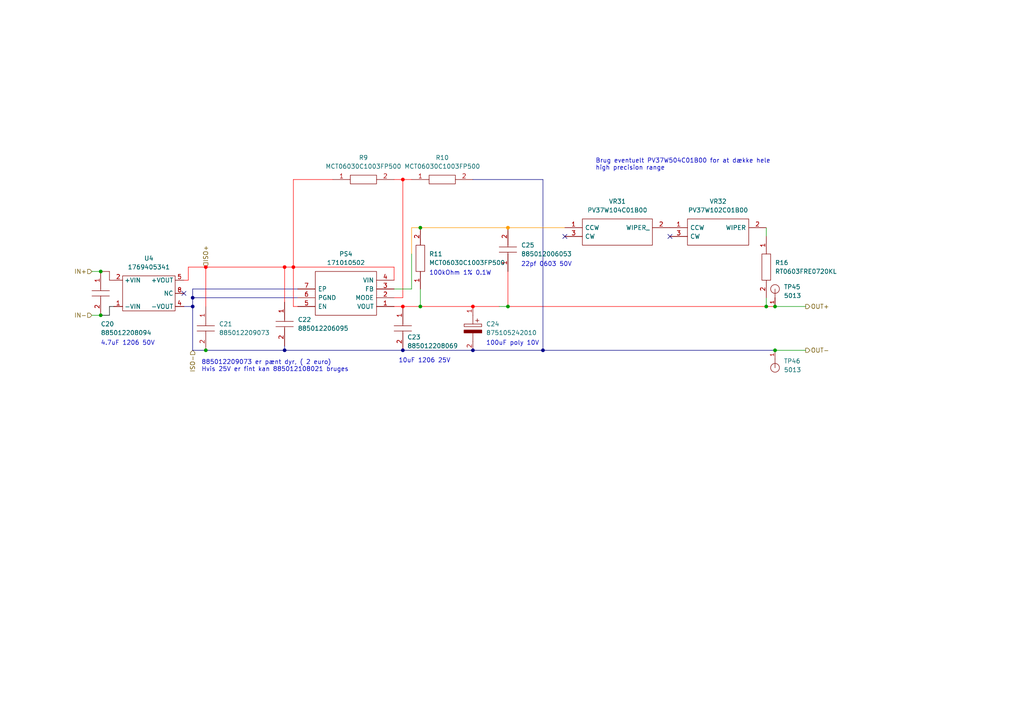
<source format=kicad_sch>
(kicad_sch (version 20211123) (generator eeschema)

  (uuid 894cfece-537a-410f-9ea9-33da52416300)

  (paper "A4")

  (lib_symbols
    (symbol "1769405341_1" (in_bom yes) (on_board yes)
      (property "Reference" "U" (id 0) (at 0 13.97 0)
        (effects (font (size 1.27 1.27)))
      )
      (property "Value" "1769405341_1" (id 1) (at 0 -8.89 0)
        (effects (font (size 1.27 1.27)))
      )
      (property "Footprint" "" (id 2) (at 0 0 0)
        (effects (font (size 1.27 1.27)) hide)
      )
      (property "Datasheet" "" (id 3) (at 0 0 0)
        (effects (font (size 1.27 1.27)) hide)
      )
      (symbol "1769405341_1_0_1"
        (rectangle (start -7.62 5.08) (end 7.62 -5.08)
          (stroke (width 0) (type default) (color 0 0 0 0))
          (fill (type none))
        )
      )
      (symbol "1769405341_1_1_1"
        (pin input line (at -10.16 -3.81 0) (length 2.54)
          (name "-VIN" (effects (font (size 1.27 1.27))))
          (number "1" (effects (font (size 1.27 1.27))))
        )
        (pin input line (at -10.16 3.81 0) (length 2.54)
          (name "+VIN" (effects (font (size 1.27 1.27))))
          (number "2" (effects (font (size 1.27 1.27))))
        )
        (pin input line (at 10.16 -3.81 180) (length 2.54)
          (name "-VOUT" (effects (font (size 1.27 1.27))))
          (number "4" (effects (font (size 1.27 1.27))))
        )
        (pin input line (at 10.16 3.81 180) (length 2.54)
          (name "+VOUT" (effects (font (size 1.27 1.27))))
          (number "5" (effects (font (size 1.27 1.27))))
        )
        (pin input line (at 10.16 0 180) (length 2.54)
          (name "NC" (effects (font (size 1.27 1.27))))
          (number "8" (effects (font (size 1.27 1.27))))
        )
      )
    )
    (symbol "5013:5013" (pin_names (offset 1.016) hide) (in_bom yes) (on_board yes)
      (property "Reference" "TP" (id 0) (at -2.54 2.032 0)
        (effects (font (size 1.27 1.27)) (justify left bottom))
      )
      (property "Value" "5013" (id 1) (at -2.54 -3.302 0)
        (effects (font (size 1.27 1.27)) (justify left bottom))
      )
      (property "Footprint" "TESTPOINT_5013" (id 2) (at 0 0 0)
        (effects (font (size 1.27 1.27)) (justify left bottom) hide)
      )
      (property "Datasheet" "" (id 3) (at 0 0 0)
        (effects (font (size 1.27 1.27)) (justify left bottom) hide)
      )
      (property "PARTREV" "F" (id 4) (at 0 0 0)
        (effects (font (size 1.27 1.27)) (justify left bottom) hide)
      )
      (property "MF" "Keystone" (id 5) (at 0 0 0)
        (effects (font (size 1.27 1.27)) (justify left bottom) hide)
      )
      (property "STANDARD" "Manufacturer Recommendations" (id 6) (at 0 0 0)
        (effects (font (size 1.27 1.27)) (justify left bottom) hide)
      )
      (property "ki_locked" "" (id 7) (at 0 0 0)
        (effects (font (size 1.27 1.27)))
      )
      (symbol "5013_0_0"
        (polyline
          (pts
            (xy 0 0)
            (xy -2.54 0)
          )
          (stroke (width 0.1524) (type default) (color 0 0 0 0))
          (fill (type none))
        )
        (circle (center 0 0) (radius 1.27)
          (stroke (width 0) (type default) (color 0 0 0 0))
          (fill (type none))
        )
        (pin passive line (at -5.08 0 0) (length 2.54)
          (name "~" (effects (font (size 1.016 1.016))))
          (number "1" (effects (font (size 1.016 1.016))))
        )
      )
    )
    (symbol "SamacSys_Parts:171010502" (pin_names (offset 0.762)) (in_bom yes) (on_board yes)
      (property "Reference" "PS" (id 0) (at 24.13 7.62 0)
        (effects (font (size 1.27 1.27)) (justify left))
      )
      (property "Value" "171010502" (id 1) (at 24.13 5.08 0)
        (effects (font (size 1.27 1.27)) (justify left))
      )
      (property "Footprint" "171010502" (id 2) (at 24.13 2.54 0)
        (effects (font (size 1.27 1.27)) (justify left) hide)
      )
      (property "Datasheet" "https://www.we-online.de/katalog/datasheet/171010502.pdf" (id 3) (at 24.13 0 0)
        (effects (font (size 1.27 1.27)) (justify left) hide)
      )
      (property "Description" "Non-Isolated DC/DC Converters VDMM Open Frame 1A 2.5-5.5V Input" (id 4) (at 24.13 -2.54 0)
        (effects (font (size 1.27 1.27)) (justify left) hide)
      )
      (property "Height" "1.75" (id 5) (at 24.13 -5.08 0)
        (effects (font (size 1.27 1.27)) (justify left) hide)
      )
      (property "Mouser Part Number" "710-171010502" (id 6) (at 24.13 -7.62 0)
        (effects (font (size 1.27 1.27)) (justify left) hide)
      )
      (property "Mouser Price/Stock" "https://www.mouser.co.uk/ProductDetail/Wurth-Elektronik/171010502?qs=d0WKAl%252BL4KZQavF%2FfPoRDg%3D%3D" (id 7) (at 24.13 -10.16 0)
        (effects (font (size 1.27 1.27)) (justify left) hide)
      )
      (property "Manufacturer_Name" "Wurth Elektronik" (id 8) (at 24.13 -12.7 0)
        (effects (font (size 1.27 1.27)) (justify left) hide)
      )
      (property "Manufacturer_Part_Number" "171010502" (id 9) (at 24.13 -15.24 0)
        (effects (font (size 1.27 1.27)) (justify left) hide)
      )
      (property "ki_description" "Non-Isolated DC/DC Converters VDMM Open Frame 1A 2.5-5.5V Input" (id 10) (at 0 0 0)
        (effects (font (size 1.27 1.27)) hide)
      )
      (symbol "171010502_0_0"
        (pin passive line (at 0 0 0) (length 5.08)
          (name "VOUT" (effects (font (size 1.27 1.27))))
          (number "1" (effects (font (size 1.27 1.27))))
        )
        (pin passive line (at 0 -2.54 0) (length 5.08)
          (name "MODE" (effects (font (size 1.27 1.27))))
          (number "2" (effects (font (size 1.27 1.27))))
        )
        (pin passive line (at 0 -5.08 0) (length 5.08)
          (name "FB" (effects (font (size 1.27 1.27))))
          (number "3" (effects (font (size 1.27 1.27))))
        )
        (pin passive line (at 0 -7.62 0) (length 5.08)
          (name "VIN" (effects (font (size 1.27 1.27))))
          (number "4" (effects (font (size 1.27 1.27))))
        )
        (pin passive line (at 27.94 0 180) (length 5.08)
          (name "EN" (effects (font (size 1.27 1.27))))
          (number "5" (effects (font (size 1.27 1.27))))
        )
        (pin passive line (at 27.94 -2.54 180) (length 5.08)
          (name "PGND" (effects (font (size 1.27 1.27))))
          (number "6" (effects (font (size 1.27 1.27))))
        )
        (pin passive line (at 27.94 -5.08 180) (length 5.08)
          (name "EP" (effects (font (size 1.27 1.27))))
          (number "7" (effects (font (size 1.27 1.27))))
        )
      )
      (symbol "171010502_0_1"
        (polyline
          (pts
            (xy 5.08 2.54)
            (xy 22.86 2.54)
            (xy 22.86 -10.16)
            (xy 5.08 -10.16)
            (xy 5.08 2.54)
          )
          (stroke (width 0.1524) (type default) (color 0 0 0 0))
          (fill (type none))
        )
      )
    )
    (symbol "SamacSys_Parts:875105242010" (pin_names (offset 0.762)) (in_bom yes) (on_board yes)
      (property "Reference" "C" (id 0) (at 8.89 6.35 0)
        (effects (font (size 1.27 1.27)) (justify left))
      )
      (property "Value" "875105242010" (id 1) (at 8.89 3.81 0)
        (effects (font (size 1.27 1.27)) (justify left))
      )
      (property "Footprint" "CAPAE530X550N" (id 2) (at 8.89 1.27 0)
        (effects (font (size 1.27 1.27)) (justify left) hide)
      )
      (property "Datasheet" "https://katalog.we-online.com/pbs/datasheet/875105242010.pdf" (id 3) (at 8.89 -1.27 0)
        (effects (font (size 1.27 1.27)) (justify left) hide)
      )
      (property "Description" "Wurth Elektronik 100uF 10 V dc Aluminium Polymer Capacitor, WCAP-PSLP Series 2000h 5.5 (Dia.) x 4.85mm" (id 4) (at 8.89 -3.81 0)
        (effects (font (size 1.27 1.27)) (justify left) hide)
      )
      (property "Height" "5.5" (id 5) (at 8.89 -6.35 0)
        (effects (font (size 1.27 1.27)) (justify left) hide)
      )
      (property "Mouser Part Number" "710-875105242010" (id 6) (at 8.89 -8.89 0)
        (effects (font (size 1.27 1.27)) (justify left) hide)
      )
      (property "Mouser Price/Stock" "https://www.mouser.co.uk/ProductDetail/Wurth-Elektronik/875105242010?qs=0KOYDY2FL2%252BkWotU1M3qUQ%3D%3D" (id 7) (at 8.89 -11.43 0)
        (effects (font (size 1.27 1.27)) (justify left) hide)
      )
      (property "Manufacturer_Name" "Wurth Elektronik" (id 8) (at 8.89 -13.97 0)
        (effects (font (size 1.27 1.27)) (justify left) hide)
      )
      (property "Manufacturer_Part_Number" "875105242010" (id 9) (at 8.89 -16.51 0)
        (effects (font (size 1.27 1.27)) (justify left) hide)
      )
      (property "ki_description" "Wurth Elektronik 100uF 10 V dc Aluminium Polymer Capacitor, WCAP-PSLP Series 2000h 5.5 (Dia.) x 4.85mm" (id 10) (at 0 0 0)
        (effects (font (size 1.27 1.27)) hide)
      )
      (symbol "875105242010_0_0"
        (pin passive line (at 0 0 0) (length 2.54)
          (name "~" (effects (font (size 1.27 1.27))))
          (number "1" (effects (font (size 1.27 1.27))))
        )
        (pin passive line (at 12.7 0 180) (length 2.54)
          (name "~" (effects (font (size 1.27 1.27))))
          (number "2" (effects (font (size 1.27 1.27))))
        )
      )
      (symbol "875105242010_0_1"
        (polyline
          (pts
            (xy 2.54 0)
            (xy 5.08 0)
          )
          (stroke (width 0.1524) (type default) (color 0 0 0 0))
          (fill (type none))
        )
        (polyline
          (pts
            (xy 4.064 1.778)
            (xy 4.064 0.762)
          )
          (stroke (width 0.1524) (type default) (color 0 0 0 0))
          (fill (type none))
        )
        (polyline
          (pts
            (xy 4.572 1.27)
            (xy 3.556 1.27)
          )
          (stroke (width 0.1524) (type default) (color 0 0 0 0))
          (fill (type none))
        )
        (polyline
          (pts
            (xy 7.62 0)
            (xy 10.16 0)
          )
          (stroke (width 0.1524) (type default) (color 0 0 0 0))
          (fill (type none))
        )
        (polyline
          (pts
            (xy 5.08 2.54)
            (xy 5.08 -2.54)
            (xy 5.842 -2.54)
            (xy 5.842 2.54)
            (xy 5.08 2.54)
          )
          (stroke (width 0.1524) (type default) (color 0 0 0 0))
          (fill (type none))
        )
        (polyline
          (pts
            (xy 7.62 2.54)
            (xy 7.62 -2.54)
            (xy 6.858 -2.54)
            (xy 6.858 2.54)
            (xy 7.62 2.54)
          )
          (stroke (width 0.254) (type default) (color 0 0 0 0))
          (fill (type outline))
        )
      )
    )
    (symbol "SamacSys_Parts:885012006053" (pin_names (offset 0.762)) (in_bom yes) (on_board yes)
      (property "Reference" "C" (id 0) (at 8.89 6.35 0)
        (effects (font (size 1.27 1.27)) (justify left))
      )
      (property "Value" "885012006053" (id 1) (at 8.89 3.81 0)
        (effects (font (size 1.27 1.27)) (justify left))
      )
      (property "Footprint" "CAPC1608X87N" (id 2) (at 8.89 1.27 0)
        (effects (font (size 1.27 1.27)) (justify left) hide)
      )
      (property "Datasheet" "https://katalog.we-online.com/pbs/datasheet/885012006053.pdf" (id 3) (at 8.89 -1.27 0)
        (effects (font (size 1.27 1.27)) (justify left) hide)
      )
      (property "Description" "Multilayer Ceramic Chip Capacitor WCAP-CSGP Series 0603 22pF NP00603220J050DFCT10000" (id 4) (at 8.89 -3.81 0)
        (effects (font (size 1.27 1.27)) (justify left) hide)
      )
      (property "Height" "0.87" (id 5) (at 8.89 -6.35 0)
        (effects (font (size 1.27 1.27)) (justify left) hide)
      )
      (property "Mouser Part Number" "710-885012006053" (id 6) (at 8.89 -8.89 0)
        (effects (font (size 1.27 1.27)) (justify left) hide)
      )
      (property "Mouser Price/Stock" "https://www.mouser.co.uk/ProductDetail/Wurth-Elektronik/885012006053?qs=0KOYDY2FL28j0s08hcyKIA%3D%3D" (id 7) (at 8.89 -11.43 0)
        (effects (font (size 1.27 1.27)) (justify left) hide)
      )
      (property "Manufacturer_Name" "Wurth Elektronik" (id 8) (at 8.89 -13.97 0)
        (effects (font (size 1.27 1.27)) (justify left) hide)
      )
      (property "Manufacturer_Part_Number" "885012006053" (id 9) (at 8.89 -16.51 0)
        (effects (font (size 1.27 1.27)) (justify left) hide)
      )
      (property "ki_description" "Multilayer Ceramic Chip Capacitor WCAP-CSGP Series 0603 22pF NP00603220J050DFCT10000" (id 10) (at 0 0 0)
        (effects (font (size 1.27 1.27)) hide)
      )
      (symbol "885012006053_0_0"
        (pin passive line (at 0 0 0) (length 5.08)
          (name "~" (effects (font (size 1.27 1.27))))
          (number "1" (effects (font (size 1.27 1.27))))
        )
        (pin passive line (at 12.7 0 180) (length 5.08)
          (name "~" (effects (font (size 1.27 1.27))))
          (number "2" (effects (font (size 1.27 1.27))))
        )
      )
      (symbol "885012006053_0_1"
        (polyline
          (pts
            (xy 5.08 0)
            (xy 5.588 0)
          )
          (stroke (width 0.1524) (type default) (color 0 0 0 0))
          (fill (type none))
        )
        (polyline
          (pts
            (xy 5.588 2.54)
            (xy 5.588 -2.54)
          )
          (stroke (width 0.1524) (type default) (color 0 0 0 0))
          (fill (type none))
        )
        (polyline
          (pts
            (xy 7.112 0)
            (xy 7.62 0)
          )
          (stroke (width 0.1524) (type default) (color 0 0 0 0))
          (fill (type none))
        )
        (polyline
          (pts
            (xy 7.112 2.54)
            (xy 7.112 -2.54)
          )
          (stroke (width 0.1524) (type default) (color 0 0 0 0))
          (fill (type none))
        )
      )
    )
    (symbol "SamacSys_Parts:885012206095" (pin_names (offset 0.762)) (in_bom yes) (on_board yes)
      (property "Reference" "C" (id 0) (at 8.89 6.35 0)
        (effects (font (size 1.27 1.27)) (justify left))
      )
      (property "Value" "885012206095" (id 1) (at 8.89 3.81 0)
        (effects (font (size 1.27 1.27)) (justify left))
      )
      (property "Footprint" "CAPC1608X87N" (id 2) (at 8.89 1.27 0)
        (effects (font (size 1.27 1.27)) (justify left) hide)
      )
      (property "Datasheet" "https://katalog.we-online.com/pbs/datasheet/885012206095.pdf" (id 3) (at 8.89 -1.27 0)
        (effects (font (size 1.27 1.27)) (justify left) hide)
      )
      (property "Description" "Wurth Elektronik 0603 WCAP-CSGP 100nF Ceramic Multilayer Capacitor, 50 V dc, +125C, X7R Dielectric, +/-10%" (id 4) (at 8.89 -3.81 0)
        (effects (font (size 1.27 1.27)) (justify left) hide)
      )
      (property "Height" "0.87" (id 5) (at 8.89 -6.35 0)
        (effects (font (size 1.27 1.27)) (justify left) hide)
      )
      (property "Mouser Part Number" "710-885012206095" (id 6) (at 8.89 -8.89 0)
        (effects (font (size 1.27 1.27)) (justify left) hide)
      )
      (property "Mouser Price/Stock" "https://www.mouser.co.uk/ProductDetail/Wurth-Elektronik/885012206095?qs=0KOYDY2FL2%2FIErXVpcsrTQ%3D%3D" (id 7) (at 8.89 -11.43 0)
        (effects (font (size 1.27 1.27)) (justify left) hide)
      )
      (property "Manufacturer_Name" "Wurth Elektronik" (id 8) (at 8.89 -13.97 0)
        (effects (font (size 1.27 1.27)) (justify left) hide)
      )
      (property "Manufacturer_Part_Number" "885012206095" (id 9) (at 8.89 -16.51 0)
        (effects (font (size 1.27 1.27)) (justify left) hide)
      )
      (property "ki_description" "Wurth Elektronik 0603 WCAP-CSGP 100nF Ceramic Multilayer Capacitor, 50 V dc, +125C, X7R Dielectric, +/-10%" (id 10) (at 0 0 0)
        (effects (font (size 1.27 1.27)) hide)
      )
      (symbol "885012206095_0_0"
        (pin passive line (at 0 0 0) (length 5.08)
          (name "~" (effects (font (size 1.27 1.27))))
          (number "1" (effects (font (size 1.27 1.27))))
        )
        (pin passive line (at 12.7 0 180) (length 5.08)
          (name "~" (effects (font (size 1.27 1.27))))
          (number "2" (effects (font (size 1.27 1.27))))
        )
      )
      (symbol "885012206095_0_1"
        (polyline
          (pts
            (xy 5.08 0)
            (xy 5.588 0)
          )
          (stroke (width 0.1524) (type default) (color 0 0 0 0))
          (fill (type none))
        )
        (polyline
          (pts
            (xy 5.588 2.54)
            (xy 5.588 -2.54)
          )
          (stroke (width 0.1524) (type default) (color 0 0 0 0))
          (fill (type none))
        )
        (polyline
          (pts
            (xy 7.112 0)
            (xy 7.62 0)
          )
          (stroke (width 0.1524) (type default) (color 0 0 0 0))
          (fill (type none))
        )
        (polyline
          (pts
            (xy 7.112 2.54)
            (xy 7.112 -2.54)
          )
          (stroke (width 0.1524) (type default) (color 0 0 0 0))
          (fill (type none))
        )
      )
    )
    (symbol "SamacSys_Parts:885012208069" (pin_names (offset 0.762)) (in_bom yes) (on_board yes)
      (property "Reference" "C" (id 0) (at 8.89 6.35 0)
        (effects (font (size 1.27 1.27)) (justify left))
      )
      (property "Value" "885012208069" (id 1) (at 8.89 3.81 0)
        (effects (font (size 1.27 1.27)) (justify left))
      )
      (property "Footprint" "CAPC3216X180N" (id 2) (at 8.89 1.27 0)
        (effects (font (size 1.27 1.27)) (justify left) hide)
      )
      (property "Datasheet" "https://katalog.we-online.com/pbs/datasheet/885012208069.pdf" (id 3) (at 8.89 -1.27 0)
        (effects (font (size 1.27 1.27)) (justify left) hide)
      )
      (property "Description" "Multilayer Ceramic Chip Capacitor WCAP-CSGP Series 1206 10000000pF X7R1206106K025DFCT10000" (id 4) (at 8.89 -3.81 0)
        (effects (font (size 1.27 1.27)) (justify left) hide)
      )
      (property "Height" "1.8" (id 5) (at 8.89 -6.35 0)
        (effects (font (size 1.27 1.27)) (justify left) hide)
      )
      (property "Mouser Part Number" "710-885012208069" (id 6) (at 8.89 -8.89 0)
        (effects (font (size 1.27 1.27)) (justify left) hide)
      )
      (property "Mouser Price/Stock" "https://www.mouser.co.uk/ProductDetail/Wurth-Elektronik/885012208069?qs=0KOYDY2FL2%2FiIl0oJPR7BQ%3D%3D" (id 7) (at 8.89 -11.43 0)
        (effects (font (size 1.27 1.27)) (justify left) hide)
      )
      (property "Manufacturer_Name" "Wurth Elektronik" (id 8) (at 8.89 -13.97 0)
        (effects (font (size 1.27 1.27)) (justify left) hide)
      )
      (property "Manufacturer_Part_Number" "885012208069" (id 9) (at 8.89 -16.51 0)
        (effects (font (size 1.27 1.27)) (justify left) hide)
      )
      (property "ki_description" "Multilayer Ceramic Chip Capacitor WCAP-CSGP Series 1206 10000000pF X7R1206106K025DFCT10000" (id 10) (at 0 0 0)
        (effects (font (size 1.27 1.27)) hide)
      )
      (symbol "885012208069_0_0"
        (pin passive line (at 0 0 0) (length 5.08)
          (name "~" (effects (font (size 1.27 1.27))))
          (number "1" (effects (font (size 1.27 1.27))))
        )
        (pin passive line (at 12.7 0 180) (length 5.08)
          (name "~" (effects (font (size 1.27 1.27))))
          (number "2" (effects (font (size 1.27 1.27))))
        )
      )
      (symbol "885012208069_0_1"
        (polyline
          (pts
            (xy 5.08 0)
            (xy 5.588 0)
          )
          (stroke (width 0.1524) (type default) (color 0 0 0 0))
          (fill (type none))
        )
        (polyline
          (pts
            (xy 5.588 2.54)
            (xy 5.588 -2.54)
          )
          (stroke (width 0.1524) (type default) (color 0 0 0 0))
          (fill (type none))
        )
        (polyline
          (pts
            (xy 7.112 0)
            (xy 7.62 0)
          )
          (stroke (width 0.1524) (type default) (color 0 0 0 0))
          (fill (type none))
        )
        (polyline
          (pts
            (xy 7.112 2.54)
            (xy 7.112 -2.54)
          )
          (stroke (width 0.1524) (type default) (color 0 0 0 0))
          (fill (type none))
        )
      )
    )
    (symbol "SamacSys_Parts:885012208094" (pin_names (offset 0.762)) (in_bom yes) (on_board yes)
      (property "Reference" "C" (id 0) (at 8.89 6.35 0)
        (effects (font (size 1.27 1.27)) (justify left))
      )
      (property "Value" "885012208094" (id 1) (at 8.89 3.81 0)
        (effects (font (size 1.27 1.27)) (justify left))
      )
      (property "Footprint" "CAPC3216X180N" (id 2) (at 8.89 1.27 0)
        (effects (font (size 1.27 1.27)) (justify left) hide)
      )
      (property "Datasheet" "https://katalog.we-online.com/pbs/datasheet/885012208094.pdf" (id 3) (at 8.89 -1.27 0)
        (effects (font (size 1.27 1.27)) (justify left) hide)
      )
      (property "Description" "Multilayer Ceramic Chip Capacitor WCAP-CSGP Series 1206 4700000pF X7R1206475K050DFCT10000" (id 4) (at 8.89 -3.81 0)
        (effects (font (size 1.27 1.27)) (justify left) hide)
      )
      (property "Height" "1.8" (id 5) (at 8.89 -6.35 0)
        (effects (font (size 1.27 1.27)) (justify left) hide)
      )
      (property "Mouser Part Number" "710-885012208094" (id 6) (at 8.89 -8.89 0)
        (effects (font (size 1.27 1.27)) (justify left) hide)
      )
      (property "Mouser Price/Stock" "https://www.mouser.co.uk/ProductDetail/Wurth-Elektronik/885012208094?qs=0KOYDY2FL2%252BxdNO1qfhTfQ%3D%3D" (id 7) (at 8.89 -11.43 0)
        (effects (font (size 1.27 1.27)) (justify left) hide)
      )
      (property "Manufacturer_Name" "Wurth Elektronik" (id 8) (at 8.89 -13.97 0)
        (effects (font (size 1.27 1.27)) (justify left) hide)
      )
      (property "Manufacturer_Part_Number" "885012208094" (id 9) (at 8.89 -16.51 0)
        (effects (font (size 1.27 1.27)) (justify left) hide)
      )
      (property "ki_description" "Multilayer Ceramic Chip Capacitor WCAP-CSGP Series 1206 4700000pF X7R1206475K050DFCT10000" (id 10) (at 0 0 0)
        (effects (font (size 1.27 1.27)) hide)
      )
      (symbol "885012208094_0_0"
        (pin passive line (at 0 0 0) (length 5.08)
          (name "~" (effects (font (size 1.27 1.27))))
          (number "1" (effects (font (size 1.27 1.27))))
        )
        (pin passive line (at 12.7 0 180) (length 5.08)
          (name "~" (effects (font (size 1.27 1.27))))
          (number "2" (effects (font (size 1.27 1.27))))
        )
      )
      (symbol "885012208094_0_1"
        (polyline
          (pts
            (xy 5.08 0)
            (xy 5.588 0)
          )
          (stroke (width 0.1524) (type default) (color 0 0 0 0))
          (fill (type none))
        )
        (polyline
          (pts
            (xy 5.588 2.54)
            (xy 5.588 -2.54)
          )
          (stroke (width 0.1524) (type default) (color 0 0 0 0))
          (fill (type none))
        )
        (polyline
          (pts
            (xy 7.112 0)
            (xy 7.62 0)
          )
          (stroke (width 0.1524) (type default) (color 0 0 0 0))
          (fill (type none))
        )
        (polyline
          (pts
            (xy 7.112 2.54)
            (xy 7.112 -2.54)
          )
          (stroke (width 0.1524) (type default) (color 0 0 0 0))
          (fill (type none))
        )
      )
    )
    (symbol "SamacSys_Parts:885012209073" (pin_names (offset 0.762)) (in_bom yes) (on_board yes)
      (property "Reference" "C" (id 0) (at 8.89 6.35 0)
        (effects (font (size 1.27 1.27)) (justify left))
      )
      (property "Value" "885012209073" (id 1) (at 8.89 3.81 0)
        (effects (font (size 1.27 1.27)) (justify left))
      )
      (property "Footprint" "CAPC3225X280N" (id 2) (at 8.89 1.27 0)
        (effects (font (size 1.27 1.27)) (justify left) hide)
      )
      (property "Datasheet" "https://katalog.we-online.com/pbs/datasheet/885012209073.pdf" (id 3) (at 8.89 -1.27 0)
        (effects (font (size 1.27 1.27)) (justify left) hide)
      )
      (property "Description" "Multilayer Ceramic Chip Capacitor WCAP-CSGP Series 1210 60pF X7R1210106K050DFCT10000" (id 4) (at 8.89 -3.81 0)
        (effects (font (size 1.27 1.27)) (justify left) hide)
      )
      (property "Height" "2.8" (id 5) (at 8.89 -6.35 0)
        (effects (font (size 1.27 1.27)) (justify left) hide)
      )
      (property "Mouser Part Number" "710-885012209073" (id 6) (at 8.89 -8.89 0)
        (effects (font (size 1.27 1.27)) (justify left) hide)
      )
      (property "Mouser Price/Stock" "https://www.mouser.co.uk/ProductDetail/Wurth-Elektronik/885012209073?qs=sPbYRqrBIVm8PsM2ljQIMg%3D%3D" (id 7) (at 8.89 -11.43 0)
        (effects (font (size 1.27 1.27)) (justify left) hide)
      )
      (property "Manufacturer_Name" "Wurth Elektronik" (id 8) (at 8.89 -13.97 0)
        (effects (font (size 1.27 1.27)) (justify left) hide)
      )
      (property "Manufacturer_Part_Number" "885012209073" (id 9) (at 8.89 -16.51 0)
        (effects (font (size 1.27 1.27)) (justify left) hide)
      )
      (property "ki_description" "Multilayer Ceramic Chip Capacitor WCAP-CSGP Series 1210 60pF X7R1210106K050DFCT10000" (id 10) (at 0 0 0)
        (effects (font (size 1.27 1.27)) hide)
      )
      (symbol "885012209073_0_0"
        (pin passive line (at 0 0 0) (length 5.08)
          (name "~" (effects (font (size 1.27 1.27))))
          (number "1" (effects (font (size 1.27 1.27))))
        )
        (pin passive line (at 12.7 0 180) (length 5.08)
          (name "~" (effects (font (size 1.27 1.27))))
          (number "2" (effects (font (size 1.27 1.27))))
        )
      )
      (symbol "885012209073_0_1"
        (polyline
          (pts
            (xy 5.08 0)
            (xy 5.588 0)
          )
          (stroke (width 0.1524) (type default) (color 0 0 0 0))
          (fill (type none))
        )
        (polyline
          (pts
            (xy 5.588 2.54)
            (xy 5.588 -2.54)
          )
          (stroke (width 0.1524) (type default) (color 0 0 0 0))
          (fill (type none))
        )
        (polyline
          (pts
            (xy 7.112 0)
            (xy 7.62 0)
          )
          (stroke (width 0.1524) (type default) (color 0 0 0 0))
          (fill (type none))
        )
        (polyline
          (pts
            (xy 7.112 2.54)
            (xy 7.112 -2.54)
          )
          (stroke (width 0.1524) (type default) (color 0 0 0 0))
          (fill (type none))
        )
      )
    )
    (symbol "SamacSys_Parts:MCT06030C1003FP500" (pin_names (offset 0.762)) (in_bom yes) (on_board yes)
      (property "Reference" "R" (id 0) (at 13.97 6.35 0)
        (effects (font (size 1.27 1.27)) (justify left))
      )
      (property "Value" "MCT06030C1003FP500" (id 1) (at 13.97 3.81 0)
        (effects (font (size 1.27 1.27)) (justify left))
      )
      (property "Footprint" "RESC1608X55N" (id 2) (at 13.97 1.27 0)
        (effects (font (size 1.27 1.27)) (justify left) hide)
      )
      (property "Datasheet" "http://www.vishay.com/docs/28705/mcx0x0xpro.pdf" (id 3) (at 13.97 -1.27 0)
        (effects (font (size 1.27 1.27)) (justify left) hide)
      )
      (property "Description" "Thin Film Resistors - SMD .1W 100Kohm 1% 0603 50ppm Auto" (id 4) (at 13.97 -3.81 0)
        (effects (font (size 1.27 1.27)) (justify left) hide)
      )
      (property "Height" "0.55" (id 5) (at 13.97 -6.35 0)
        (effects (font (size 1.27 1.27)) (justify left) hide)
      )
      (property "Mouser Part Number" "594-MCT06030C1003FP5" (id 6) (at 13.97 -8.89 0)
        (effects (font (size 1.27 1.27)) (justify left) hide)
      )
      (property "Mouser Price/Stock" "https://www.mouser.co.uk/ProductDetail/Vishay-Beyschlag/MCT06030C1003FP500?qs=OkbXAuJ%2FeQLKw6BAE1M8zQ%3D%3D" (id 7) (at 13.97 -11.43 0)
        (effects (font (size 1.27 1.27)) (justify left) hide)
      )
      (property "Manufacturer_Name" "Vishay" (id 8) (at 13.97 -13.97 0)
        (effects (font (size 1.27 1.27)) (justify left) hide)
      )
      (property "Manufacturer_Part_Number" "MCT06030C1003FP500" (id 9) (at 13.97 -16.51 0)
        (effects (font (size 1.27 1.27)) (justify left) hide)
      )
      (property "ki_description" "Thin Film Resistors - SMD .1W 100Kohm 1% 0603 50ppm Auto" (id 10) (at 0 0 0)
        (effects (font (size 1.27 1.27)) hide)
      )
      (symbol "MCT06030C1003FP500_0_0"
        (pin passive line (at 0 0 0) (length 5.08)
          (name "~" (effects (font (size 1.27 1.27))))
          (number "1" (effects (font (size 1.27 1.27))))
        )
        (pin passive line (at 17.78 0 180) (length 5.08)
          (name "~" (effects (font (size 1.27 1.27))))
          (number "2" (effects (font (size 1.27 1.27))))
        )
      )
      (symbol "MCT06030C1003FP500_0_1"
        (polyline
          (pts
            (xy 5.08 1.27)
            (xy 12.7 1.27)
            (xy 12.7 -1.27)
            (xy 5.08 -1.27)
            (xy 5.08 1.27)
          )
          (stroke (width 0.1524) (type default) (color 0 0 0 0))
          (fill (type none))
        )
      )
    )
    (symbol "SamacSys_Parts:PV37W102C01B00" (pin_names (offset 0.762)) (in_bom yes) (on_board yes)
      (property "Reference" "VR" (id 0) (at 24.13 7.62 0)
        (effects (font (size 1.27 1.27)) (justify left))
      )
      (property "Value" "PV37W102C01B00" (id 1) (at 24.13 5.08 0)
        (effects (font (size 1.27 1.27)) (justify left))
      )
      (property "Footprint" "PV37W102C01B00" (id 2) (at 24.13 2.54 0)
        (effects (font (size 1.27 1.27)) (justify left) hide)
      )
      (property "Datasheet" "https://www.bourns.com/docs/Product-Datasheets/pv37.pdf" (id 3) (at 24.13 0 0)
        (effects (font (size 1.27 1.27)) (justify left) hide)
      )
      (property "Description" "Trimmer Resistors - Through Hole 1.0Kohms Sealed 6mm SQ 12turn" (id 4) (at 24.13 -2.54 0)
        (effects (font (size 1.27 1.27)) (justify left) hide)
      )
      (property "Height" "7.75" (id 5) (at 24.13 -5.08 0)
        (effects (font (size 1.27 1.27)) (justify left) hide)
      )
      (property "Mouser Part Number" "81-PV37W102C01B00" (id 6) (at 24.13 -7.62 0)
        (effects (font (size 1.27 1.27)) (justify left) hide)
      )
      (property "Mouser Price/Stock" "https://www.mouser.co.uk/ProductDetail/Bourns/PV37W102C01B00?qs=M0b1YOHIqsZSVLzeL3P2%2FA%3D%3D" (id 7) (at 24.13 -10.16 0)
        (effects (font (size 1.27 1.27)) (justify left) hide)
      )
      (property "Manufacturer_Name" "Bourns" (id 8) (at 24.13 -12.7 0)
        (effects (font (size 1.27 1.27)) (justify left) hide)
      )
      (property "Manufacturer_Part_Number" "PV37W102C01B00" (id 9) (at 24.13 -15.24 0)
        (effects (font (size 1.27 1.27)) (justify left) hide)
      )
      (property "ki_description" "Trimmer Resistors - Through Hole 1.0Kohms Sealed 6mm SQ 12turn" (id 10) (at 0 0 0)
        (effects (font (size 1.27 1.27)) hide)
      )
      (symbol "PV37W102C01B00_0_0"
        (pin passive line (at 0 0 0) (length 5.08)
          (name "CCW" (effects (font (size 1.27 1.27))))
          (number "1" (effects (font (size 1.27 1.27))))
        )
        (pin passive line (at 27.94 0 180) (length 5.08)
          (name "WIPER" (effects (font (size 1.27 1.27))))
          (number "2" (effects (font (size 1.27 1.27))))
        )
        (pin passive line (at 0 -2.54 0) (length 5.08)
          (name "CW" (effects (font (size 1.27 1.27))))
          (number "3" (effects (font (size 1.27 1.27))))
        )
      )
      (symbol "PV37W102C01B00_0_1"
        (polyline
          (pts
            (xy 5.08 2.54)
            (xy 22.86 2.54)
            (xy 22.86 -5.08)
            (xy 5.08 -5.08)
            (xy 5.08 2.54)
          )
          (stroke (width 0.1524) (type default) (color 0 0 0 0))
          (fill (type none))
        )
      )
    )
    (symbol "SamacSys_Parts:PV37W104C01B00" (pin_names (offset 0.762)) (in_bom yes) (on_board yes)
      (property "Reference" "VR" (id 0) (at 26.67 7.62 0)
        (effects (font (size 1.27 1.27)) (justify left))
      )
      (property "Value" "PV37W104C01B00" (id 1) (at 26.67 5.08 0)
        (effects (font (size 1.27 1.27)) (justify left))
      )
      (property "Footprint" "PV37W104C01B00" (id 2) (at 26.67 2.54 0)
        (effects (font (size 1.27 1.27)) (justify left) hide)
      )
      (property "Datasheet" "https://www.bourns.com/docs/Product-Datasheets/pv37.pdf" (id 3) (at 26.67 0 0)
        (effects (font (size 1.27 1.27)) (justify left) hide)
      )
      (property "Description" "Trimmer Resistors - Through Hole 100Kohms Sealed 6mm SQ 12turn" (id 4) (at 26.67 -2.54 0)
        (effects (font (size 1.27 1.27)) (justify left) hide)
      )
      (property "Height" "8.77" (id 5) (at 26.67 -5.08 0)
        (effects (font (size 1.27 1.27)) (justify left) hide)
      )
      (property "Mouser Part Number" "81-PV37W104C01B00" (id 6) (at 26.67 -7.62 0)
        (effects (font (size 1.27 1.27)) (justify left) hide)
      )
      (property "Mouser Price/Stock" "https://www.mouser.co.uk/ProductDetail/Bourns/PV37W104C01B00/?qs=M0b1YOHIqsYKygqcp9W9tA%3D%3D" (id 7) (at 26.67 -10.16 0)
        (effects (font (size 1.27 1.27)) (justify left) hide)
      )
      (property "Manufacturer_Name" "Bourns" (id 8) (at 26.67 -12.7 0)
        (effects (font (size 1.27 1.27)) (justify left) hide)
      )
      (property "Manufacturer_Part_Number" "PV37W104C01B00" (id 9) (at 26.67 -15.24 0)
        (effects (font (size 1.27 1.27)) (justify left) hide)
      )
      (property "ki_description" "Trimmer Resistors - Through Hole 100Kohms Sealed 6mm SQ 12turn" (id 10) (at 0 0 0)
        (effects (font (size 1.27 1.27)) hide)
      )
      (symbol "PV37W104C01B00_0_0"
        (pin passive line (at 0 0 0) (length 5.08)
          (name "CCW" (effects (font (size 1.27 1.27))))
          (number "1" (effects (font (size 1.27 1.27))))
        )
        (pin passive line (at 30.48 0 180) (length 5.08)
          (name "WIPER_" (effects (font (size 1.27 1.27))))
          (number "2" (effects (font (size 1.27 1.27))))
        )
        (pin passive line (at 0 -2.54 0) (length 5.08)
          (name "CW" (effects (font (size 1.27 1.27))))
          (number "3" (effects (font (size 1.27 1.27))))
        )
      )
      (symbol "PV37W104C01B00_0_1"
        (polyline
          (pts
            (xy 5.08 2.54)
            (xy 25.4 2.54)
            (xy 25.4 -5.08)
            (xy 5.08 -5.08)
            (xy 5.08 2.54)
          )
          (stroke (width 0.1524) (type default) (color 0 0 0 0))
          (fill (type none))
        )
      )
    )
    (symbol "SamacSys_Parts:RT0603FRE0720KL" (pin_names (offset 0.762)) (in_bom yes) (on_board yes)
      (property "Reference" "R" (id 0) (at 13.97 6.35 0)
        (effects (font (size 1.27 1.27)) (justify left))
      )
      (property "Value" "RT0603FRE0720KL" (id 1) (at 13.97 3.81 0)
        (effects (font (size 1.27 1.27)) (justify left))
      )
      (property "Footprint" "RESC1608X55N" (id 2) (at 13.97 1.27 0)
        (effects (font (size 1.27 1.27)) (justify left) hide)
      )
      (property "Datasheet" "" (id 3) (at 13.97 -1.27 0)
        (effects (font (size 1.27 1.27)) (justify left) hide)
      )
      (property "Description" "Thin Film Resistors - SMD 1/10W 20K ohm 1% 50ppm" (id 4) (at 13.97 -3.81 0)
        (effects (font (size 1.27 1.27)) (justify left) hide)
      )
      (property "Height" "0.55" (id 5) (at 13.97 -6.35 0)
        (effects (font (size 1.27 1.27)) (justify left) hide)
      )
      (property "Mouser Part Number" "603-RT0603FRE0720KL" (id 6) (at 13.97 -8.89 0)
        (effects (font (size 1.27 1.27)) (justify left) hide)
      )
      (property "Mouser Price/Stock" "https://www.mouser.co.uk/ProductDetail/YAGEO/RT0603FRE0720KL?qs=8cPjvKtxWv65BAftULaFAQ%3D%3D" (id 7) (at 13.97 -11.43 0)
        (effects (font (size 1.27 1.27)) (justify left) hide)
      )
      (property "Manufacturer_Name" "YAGEO" (id 8) (at 13.97 -13.97 0)
        (effects (font (size 1.27 1.27)) (justify left) hide)
      )
      (property "Manufacturer_Part_Number" "RT0603FRE0720KL" (id 9) (at 13.97 -16.51 0)
        (effects (font (size 1.27 1.27)) (justify left) hide)
      )
      (property "ki_description" "Thin Film Resistors - SMD 1/10W 20K ohm 1% 50ppm" (id 10) (at 0 0 0)
        (effects (font (size 1.27 1.27)) hide)
      )
      (symbol "RT0603FRE0720KL_0_0"
        (pin passive line (at 0 0 0) (length 5.08)
          (name "~" (effects (font (size 1.27 1.27))))
          (number "1" (effects (font (size 1.27 1.27))))
        )
        (pin passive line (at 17.78 0 180) (length 5.08)
          (name "~" (effects (font (size 1.27 1.27))))
          (number "2" (effects (font (size 1.27 1.27))))
        )
      )
      (symbol "RT0603FRE0720KL_0_1"
        (polyline
          (pts
            (xy 5.08 1.27)
            (xy 12.7 1.27)
            (xy 12.7 -1.27)
            (xy 5.08 -1.27)
            (xy 5.08 1.27)
          )
          (stroke (width 0.1524) (type default) (color 0 0 0 0))
          (fill (type none))
        )
      )
    )
  )

  (junction (at 137.16 101.6) (diameter 0) (color 0 0 132 1)
    (uuid 02fcde68-85f6-4aa7-910b-79d25c1a9cd6)
  )
  (junction (at 29.21 91.44) (diameter 0) (color 0 0 0 0)
    (uuid 2ede8a5c-9788-49b4-8c34-735c49b9ed1c)
  )
  (junction (at 82.55 101.6) (diameter 0) (color 0 0 132 1)
    (uuid 60bc5b9e-d1d1-45a4-8167-b7ca315560ce)
  )
  (junction (at 82.55 77.47) (diameter 0) (color 255 0 0 1)
    (uuid 6b74e588-1dc1-470f-931c-3a58f44b76e1)
  )
  (junction (at 147.32 88.9) (diameter 0) (color 0 0 0 0)
    (uuid 70aaaa6a-238a-407a-8c5d-1e54ff7fc69b)
  )
  (junction (at 116.84 52.07) (diameter 0) (color 255 0 0 1)
    (uuid 7446a060-9d4a-41f8-b81f-75e295f0ff7b)
  )
  (junction (at 137.16 88.9) (diameter 0) (color 255 0 0 1)
    (uuid 7d22bcfa-284f-4090-9351-40b723feba72)
  )
  (junction (at 59.69 101.6) (diameter 0) (color 0 0 0 0)
    (uuid 8b1faac8-66f6-486d-b922-50a9ed6829dc)
  )
  (junction (at 116.84 101.6) (diameter 0) (color 0 0 132 1)
    (uuid 8eb76fd1-0eba-4af3-a974-053858be4318)
  )
  (junction (at 121.92 66.04) (diameter 0) (color 0 0 0 0)
    (uuid 8ebbb7e2-b6de-433a-b901-b5644cf4b7cd)
  )
  (junction (at 29.21 78.74) (diameter 0) (color 0 0 0 0)
    (uuid 99e3da2d-2608-42c2-9266-19d0c68eca6e)
  )
  (junction (at 224.79 101.6) (diameter 0) (color 0 0 0 0)
    (uuid 9d4c4a73-b9ef-42aa-bb9b-51b50069cf4c)
  )
  (junction (at 157.48 101.6) (diameter 0) (color 0 0 132 1)
    (uuid a4943d4f-d5b3-4cb8-9796-8e3287f92eb3)
  )
  (junction (at 224.79 88.9) (diameter 0) (color 0 0 0 0)
    (uuid b0c5635f-c6d6-4aee-8896-d97d7698c5a1)
  )
  (junction (at 55.88 86.36) (diameter 0) (color 0 0 132 1)
    (uuid b27bf198-1455-49b2-9c21-5a5a1d4c2c26)
  )
  (junction (at 55.88 88.9) (diameter 0) (color 0 0 132 1)
    (uuid b3329195-a01b-413b-aef4-ee7c28e7d9d2)
  )
  (junction (at 85.09 77.47) (diameter 0) (color 255 0 0 1)
    (uuid b7d1727a-877e-4884-a994-8b727559763b)
  )
  (junction (at 147.32 66.04) (diameter 0) (color 255 153 0 1)
    (uuid c2307e1e-f264-4b5b-8e19-e9f6d09cb199)
  )
  (junction (at 121.92 88.9) (diameter 0) (color 0 0 0 0)
    (uuid c44f3506-fdb2-4e65-9a29-9adbc98d0f6c)
  )
  (junction (at 222.25 88.9) (diameter 0) (color 0 0 0 0)
    (uuid db78e590-a219-4f3b-bb76-8c1e705f6290)
  )
  (junction (at 116.84 88.9) (diameter 0) (color 255 0 0 1)
    (uuid e7a10a70-65b9-4d55-b012-5ae82785027f)
  )
  (junction (at 59.69 77.47) (diameter 0) (color 255 0 0 1)
    (uuid fa6f105f-735a-4d76-8092-c43b86eab52a)
  )

  (no_connect (at 53.34 85.09) (uuid 86975916-c5b3-49df-9d9b-b85864c3fcd2))
  (no_connect (at 194.31 68.58) (uuid e467f2c5-94af-4f63-bca1-d4edfcec72b4))
  (no_connect (at 163.83 68.58) (uuid e5aa25d7-5be8-4ac7-b78f-fa2550b90d7f))

  (wire (pts (xy 55.88 86.36) (xy 55.88 88.9))
    (stroke (width 0) (type default) (color 0 0 132 1))
    (uuid 00828325-a97a-41aa-b0a1-a463c6289b65)
  )
  (wire (pts (xy 114.3 77.47) (xy 114.3 81.28))
    (stroke (width 0) (type default) (color 255 0 0 1))
    (uuid 04f66567-14e6-41c6-b20e-49351b5cec35)
  )
  (wire (pts (xy 86.36 86.36) (xy 55.88 86.36))
    (stroke (width 0) (type default) (color 0 0 132 1))
    (uuid 05a65167-73d2-43bf-8621-a8c7c159c7ad)
  )
  (wire (pts (xy 116.84 86.36) (xy 116.84 52.07))
    (stroke (width 0) (type default) (color 255 0 0 1))
    (uuid 09bf1f31-939c-4e79-adc7-5fd36c274350)
  )
  (wire (pts (xy 147.32 88.9) (xy 222.25 88.9))
    (stroke (width 0) (type default) (color 255 0 0 1))
    (uuid 09ff6a6d-d905-4162-9072-4a852529b323)
  )
  (wire (pts (xy 85.09 77.47) (xy 114.3 77.47))
    (stroke (width 0) (type default) (color 255 0 0 1))
    (uuid 0c53a8e8-58dc-43df-9973-949831154d11)
  )
  (wire (pts (xy 54.61 77.47) (xy 54.61 81.28))
    (stroke (width 0) (type default) (color 255 0 0 1))
    (uuid 0d190caa-23c8-4d3b-8da2-ffa9f907833b)
  )
  (wire (pts (xy 116.84 52.07) (xy 119.38 52.07))
    (stroke (width 0) (type default) (color 255 0 0 1))
    (uuid 0da7417f-3b7d-47f3-9078-f1359d163324)
  )
  (wire (pts (xy 55.88 88.9) (xy 53.34 88.9))
    (stroke (width 0) (type default) (color 0 0 132 1))
    (uuid 1484dfd9-bb88-4136-bf94-a47e4676d68e)
  )
  (wire (pts (xy 26.67 78.74) (xy 29.21 78.74))
    (stroke (width 0) (type default) (color 0 0 0 0))
    (uuid 1737407e-6f43-42aa-b7c2-06c456506d25)
  )
  (wire (pts (xy 31.75 81.28) (xy 31.75 78.74))
    (stroke (width 0) (type default) (color 132 0 0 1))
    (uuid 18ef4ae8-78f2-4c20-8a17-9d0a8545fef9)
  )
  (wire (pts (xy 157.48 52.07) (xy 157.48 101.6))
    (stroke (width 0) (type default) (color 0 0 132 1))
    (uuid 1aed2d3f-4ec3-402e-8c63-1974f21c95e8)
  )
  (wire (pts (xy 82.55 101.6) (xy 116.84 101.6))
    (stroke (width 0) (type default) (color 0 0 132 1))
    (uuid 1c0a9fe4-a061-4d7a-905e-5fe5d283ef3f)
  )
  (wire (pts (xy 33.02 88.9) (xy 31.75 88.9))
    (stroke (width 0) (type default) (color 0 0 0 1))
    (uuid 20b6b81d-ea99-45d7-a871-4706b6c9c074)
  )
  (wire (pts (xy 85.09 52.07) (xy 85.09 77.47))
    (stroke (width 0) (type default) (color 255 0 0 1))
    (uuid 27be0ab7-4886-4487-9db6-8a43e6fadf64)
  )
  (wire (pts (xy 157.48 52.07) (xy 137.16 52.07))
    (stroke (width 0) (type default) (color 0 0 132 1))
    (uuid 3254ec98-6831-4c66-8d83-3af4cb10351a)
  )
  (wire (pts (xy 96.52 52.07) (xy 85.09 52.07))
    (stroke (width 0) (type default) (color 255 0 0 1))
    (uuid 325e36c6-7d94-40c4-ab26-7c4e41bab2c6)
  )
  (wire (pts (xy 82.55 77.47) (xy 59.69 77.47))
    (stroke (width 0) (type default) (color 255 0 0 1))
    (uuid 3524ecb0-97b9-4304-827a-d7b8e064f330)
  )
  (wire (pts (xy 224.79 101.6) (xy 233.68 101.6))
    (stroke (width 0) (type default) (color 0 0 0 0))
    (uuid 359d274a-5704-4dcf-b268-8018e24123d1)
  )
  (wire (pts (xy 114.3 86.36) (xy 116.84 86.36))
    (stroke (width 0) (type default) (color 255 0 0 1))
    (uuid 37e49a7d-854f-4d56-97bb-16131cd31a45)
  )
  (wire (pts (xy 222.25 88.9) (xy 224.79 88.9))
    (stroke (width 0) (type default) (color 255 0 0 1))
    (uuid 3995e52e-b313-4e50-b515-c359578ee411)
  )
  (wire (pts (xy 222.25 86.36) (xy 222.25 88.9))
    (stroke (width 0) (type default) (color 0 0 0 0))
    (uuid 399dea8e-2b48-4b6e-b337-381eecdfa81f)
  )
  (wire (pts (xy 55.88 101.6) (xy 55.88 88.9))
    (stroke (width 0) (type default) (color 0 0 132 1))
    (uuid 3ea4acbb-95dd-407d-9b6d-20c83ddbbafa)
  )
  (wire (pts (xy 116.84 52.07) (xy 114.3 52.07))
    (stroke (width 0) (type default) (color 255 0 0 1))
    (uuid 4104fc33-aa2b-4593-8c22-b13526feeb10)
  )
  (wire (pts (xy 119.38 83.82) (xy 119.38 73.66))
    (stroke (width 0) (type default) (color 0 0 0 0))
    (uuid 41eb718b-13dc-484b-8950-2fa1ba473573)
  )
  (wire (pts (xy 119.38 73.66) (xy 119.38 66.04))
    (stroke (width 0) (type default) (color 255 153 0 1))
    (uuid 4e441bd9-25c9-4701-afb8-14328a0cffe5)
  )
  (wire (pts (xy 55.88 83.82) (xy 55.88 86.36))
    (stroke (width 0) (type default) (color 0 0 132 1))
    (uuid 4fde42f7-8b3a-4b44-929f-573e8d673bc6)
  )
  (wire (pts (xy 222.25 66.04) (xy 222.25 68.58))
    (stroke (width 0) (type default) (color 0 0 0 0))
    (uuid 5469501c-cedd-4e22-bfc5-52f284ad6890)
  )
  (wire (pts (xy 144.78 88.9) (xy 147.32 88.9))
    (stroke (width 0) (type default) (color 0 0 0 0))
    (uuid 565b95f4-00cd-46fe-96df-3d01ac6ae342)
  )
  (wire (pts (xy 33.02 81.28) (xy 31.75 81.28))
    (stroke (width 0) (type default) (color 132 0 0 1))
    (uuid 5ad6f9b1-276f-40ae-8acb-4b3257fd64e3)
  )
  (wire (pts (xy 59.69 77.47) (xy 54.61 77.47))
    (stroke (width 0) (type default) (color 255 0 0 1))
    (uuid 6513605b-eb48-499a-9a47-dc04ce447201)
  )
  (wire (pts (xy 31.75 88.9) (xy 31.75 91.44))
    (stroke (width 0) (type default) (color 0 0 0 1))
    (uuid 6a931b24-fce3-434b-a7b9-092b14784a8a)
  )
  (wire (pts (xy 147.32 66.04) (xy 163.83 66.04))
    (stroke (width 0) (type default) (color 255 153 0 1))
    (uuid 710f513f-ef13-4c1b-bf51-6a5dca7c3c75)
  )
  (wire (pts (xy 114.3 88.9) (xy 116.84 88.9))
    (stroke (width 0) (type default) (color 255 0 0 1))
    (uuid 75769217-e3ce-4c0d-a1b3-3d914c4d492b)
  )
  (wire (pts (xy 31.75 91.44) (xy 29.21 91.44))
    (stroke (width 0) (type default) (color 0 0 0 1))
    (uuid 7ab5931e-3936-4cd1-8de1-0630729d6c3f)
  )
  (wire (pts (xy 85.09 77.47) (xy 82.55 77.47))
    (stroke (width 0) (type default) (color 255 0 0 1))
    (uuid 7e7ca190-efb1-422a-8ce1-1da305c79753)
  )
  (wire (pts (xy 116.84 101.6) (xy 137.16 101.6))
    (stroke (width 0) (type default) (color 0 0 132 1))
    (uuid 866fe78b-0d98-42d7-89df-7bc8b9944323)
  )
  (wire (pts (xy 82.55 100.33) (xy 82.55 101.6))
    (stroke (width 0) (type default) (color 0 0 132 1))
    (uuid 8b2615b6-f019-4507-b0d1-4335e2b3fff2)
  )
  (wire (pts (xy 114.3 83.82) (xy 119.38 83.82))
    (stroke (width 0) (type default) (color 0 0 0 0))
    (uuid 9b4c38df-17b1-458a-bd4a-dbf457e7d3c9)
  )
  (wire (pts (xy 55.88 101.6) (xy 59.69 101.6))
    (stroke (width 0) (type default) (color 0 0 132 1))
    (uuid a49b1090-d887-45d2-a783-c9856f5f27fd)
  )
  (wire (pts (xy 147.32 78.74) (xy 147.32 88.9))
    (stroke (width 0) (type default) (color 255 0 0 1))
    (uuid a5866756-1260-4a26-91af-eb19f035c830)
  )
  (wire (pts (xy 121.92 83.82) (xy 121.92 88.9))
    (stroke (width 0) (type default) (color 0 0 0 0))
    (uuid acaad895-4e02-45f7-a543-fc47c1a534ca)
  )
  (wire (pts (xy 31.75 78.74) (xy 29.21 78.74))
    (stroke (width 0) (type default) (color 132 0 0 1))
    (uuid acadb688-5fec-45aa-8262-7a96657f26b4)
  )
  (wire (pts (xy 86.36 83.82) (xy 55.88 83.82))
    (stroke (width 0) (type default) (color 0 0 132 1))
    (uuid ad20270c-75d7-495d-93e6-8357bcbcaf56)
  )
  (wire (pts (xy 137.16 101.6) (xy 157.48 101.6))
    (stroke (width 0) (type default) (color 0 0 132 1))
    (uuid aede32ff-91b3-45f4-9743-c7e4ef749e31)
  )
  (wire (pts (xy 121.92 88.9) (xy 137.16 88.9))
    (stroke (width 0) (type default) (color 255 0 0 1))
    (uuid af765652-7e79-497d-8de4-b05aefcfbb3f)
  )
  (wire (pts (xy 82.55 77.47) (xy 82.55 87.63))
    (stroke (width 0) (type default) (color 255 0 0 1))
    (uuid b8fc8948-acfa-45b9-a49d-65c8d80e319e)
  )
  (wire (pts (xy 121.92 66.04) (xy 147.32 66.04))
    (stroke (width 0) (type default) (color 255 153 0 1))
    (uuid bb886758-aadf-4bea-9cc1-201ab57ade6a)
  )
  (wire (pts (xy 157.48 101.6) (xy 224.79 101.6))
    (stroke (width 0) (type default) (color 0 0 132 1))
    (uuid be3d43e4-d82b-447c-b3f5-b861d3e6b69f)
  )
  (wire (pts (xy 224.79 88.9) (xy 233.68 88.9))
    (stroke (width 0) (type default) (color 0 0 0 0))
    (uuid cbc8f0b2-b72a-4a12-ad97-068a914b18b9)
  )
  (wire (pts (xy 59.69 101.6) (xy 82.55 101.6))
    (stroke (width 0) (type default) (color 0 0 132 1))
    (uuid d4ac3640-fe9e-47de-be9d-4fa8c318a0ba)
  )
  (wire (pts (xy 59.69 77.47) (xy 59.69 88.9))
    (stroke (width 0) (type default) (color 255 0 0 1))
    (uuid d57dfb5e-3068-49a6-9f8d-ca6fea421dd3)
  )
  (wire (pts (xy 116.84 88.9) (xy 121.92 88.9))
    (stroke (width 0) (type default) (color 255 0 0 1))
    (uuid d66e8c50-41dd-4afb-8f74-ea0c7ee1b152)
  )
  (wire (pts (xy 137.16 88.9) (xy 144.78 88.9))
    (stroke (width 0) (type default) (color 255 0 0 1))
    (uuid dbbe6caf-0bbb-4267-a5f9-3ecf339515d8)
  )
  (wire (pts (xy 119.38 66.04) (xy 121.92 66.04))
    (stroke (width 0) (type default) (color 255 153 0 1))
    (uuid ecadd809-6f12-47ed-8ef4-6cbf4d8f559c)
  )
  (wire (pts (xy 85.09 88.9) (xy 85.09 77.47))
    (stroke (width 0) (type default) (color 255 0 0 1))
    (uuid ecd030dd-1b00-4b34-a06f-c18744eaf294)
  )
  (wire (pts (xy 26.67 91.44) (xy 29.21 91.44))
    (stroke (width 0) (type default) (color 0 0 0 0))
    (uuid f1ea7b85-f8ba-4aed-8b25-c2a1daeac66e)
  )
  (wire (pts (xy 86.36 88.9) (xy 85.09 88.9))
    (stroke (width 0) (type default) (color 255 0 0 1))
    (uuid f24eaa05-d044-43a5-8361-e2e2e6871b50)
  )
  (wire (pts (xy 54.61 81.28) (xy 53.34 81.28))
    (stroke (width 0) (type default) (color 255 0 0 1))
    (uuid f2ef7027-ec28-47ca-b82e-654128e8e4cc)
  )

  (text "Brug eventuelt PV37W504C01B00 for at dække hele\nhigh precision range"
    (at 172.72 49.53 0)
    (effects (font (size 1.27 1.27)) (justify left bottom))
    (uuid 05ec2e29-3b45-4943-b40d-a650d069426f)
  )
  (text "885012209073 er pænt dyr, ( 2 euro)\nHvis 25V er fint kan 885012108021 bruges"
    (at 58.42 107.95 0)
    (effects (font (size 1.27 1.27)) (justify left bottom))
    (uuid 22845a61-3701-4be2-a628-3e70dd387b44)
  )
  (text "10uF 1206 25V" (at 115.57 105.41 0)
    (effects (font (size 1.27 1.27)) (justify left bottom))
    (uuid 284973b1-d234-4878-8a33-259789371910)
  )
  (text "100uF poly 10V" (at 140.97 100.33 0)
    (effects (font (size 1.27 1.27)) (justify left bottom))
    (uuid ad7dc932-796b-4d8c-8e70-c0a701b70752)
  )
  (text "4.7uF 1206 50V" (at 29.21 100.33 0)
    (effects (font (size 1.27 1.27)) (justify left bottom))
    (uuid b9a98548-7290-40d8-b44f-98feb523d6ca)
  )
  (text "100kOhm 1% 0.1W" (at 124.46 80.01 0)
    (effects (font (size 1.27 1.27)) (justify left bottom))
    (uuid da0b3001-9212-433a-9f6c-2fff916703e0)
  )
  (text "22pf 0603 50V" (at 151.13 77.47 0)
    (effects (font (size 1.27 1.27)) (justify left bottom))
    (uuid e483caab-c379-4f1d-9934-91bf3a4ae9d6)
  )

  (hierarchical_label "ISO+" (shape input) (at 59.69 77.47 90)
    (effects (font (size 1.27 1.27)) (justify left))
    (uuid 19954a82-e8da-4a7c-a1c4-d76c7abf286c)
  )
  (hierarchical_label "OUT-" (shape output) (at 233.68 101.6 0)
    (effects (font (size 1.27 1.27)) (justify left))
    (uuid 23cd18a8-c9f7-4622-9c6a-e3a12105a81f)
  )
  (hierarchical_label "IN+" (shape input) (at 26.67 78.74 180)
    (effects (font (size 1.27 1.27)) (justify right))
    (uuid 3f93cd44-7e66-4e71-b7e2-176b16558c21)
  )
  (hierarchical_label "IN-" (shape input) (at 26.67 91.44 180)
    (effects (font (size 1.27 1.27)) (justify right))
    (uuid 60039f4c-7eb7-43f6-bfec-45207340765e)
  )
  (hierarchical_label "ISO-" (shape input) (at 55.88 101.6 270)
    (effects (font (size 1.27 1.27)) (justify right))
    (uuid 8c6ecf50-a72f-45a5-b4a3-3a1b01eadf98)
  )
  (hierarchical_label "OUT+" (shape output) (at 233.68 88.9 0)
    (effects (font (size 1.27 1.27)) (justify left))
    (uuid b6e9a5f0-3544-446c-9abd-ad7e5135ef90)
  )

  (symbol (lib_id "SamacSys_Parts:885012006053") (at 147.32 78.74 90)
    (in_bom yes) (on_board yes)
    (uuid 038a0c2e-9ee9-4b0a-b478-c8b4f1b747b7)
    (property "Reference" "C25" (id 0) (at 151.13 71.1199 90)
      (effects (font (size 1.27 1.27)) (justify right))
    )
    (property "Value" "885012006053" (id 1) (at 151.13 73.6599 90)
      (effects (font (size 1.27 1.27)) (justify right))
    )
    (property "Footprint" "SamacSys_Parts:CAPC1608X87N" (id 2) (at 146.05 69.85 0)
      (effects (font (size 1.27 1.27)) (justify left) hide)
    )
    (property "Datasheet" "https://katalog.we-online.com/pbs/datasheet/885012006053.pdf" (id 3) (at 148.59 69.85 0)
      (effects (font (size 1.27 1.27)) (justify left) hide)
    )
    (property "Description" "Multilayer Ceramic Chip Capacitor WCAP-CSGP Series 0603 22pF NP00603220J050DFCT10000" (id 4) (at 151.13 69.85 0)
      (effects (font (size 1.27 1.27)) (justify left) hide)
    )
    (property "Height" "0.87" (id 5) (at 153.67 69.85 0)
      (effects (font (size 1.27 1.27)) (justify left) hide)
    )
    (property "Mouser Part Number" "710-885012006053" (id 6) (at 156.21 69.85 0)
      (effects (font (size 1.27 1.27)) (justify left) hide)
    )
    (property "Mouser Price/Stock" "https://www.mouser.co.uk/ProductDetail/Wurth-Elektronik/885012006053?qs=0KOYDY2FL28j0s08hcyKIA%3D%3D" (id 7) (at 158.75 69.85 0)
      (effects (font (size 1.27 1.27)) (justify left) hide)
    )
    (property "Manufacturer_Name" "Wurth Elektronik" (id 8) (at 161.29 69.85 0)
      (effects (font (size 1.27 1.27)) (justify left) hide)
    )
    (property "Manufacturer_Part_Number" "885012006053" (id 9) (at 163.83 69.85 0)
      (effects (font (size 1.27 1.27)) (justify left) hide)
    )
    (pin "1" (uuid 2501a344-1398-4f89-a68c-f769663a5fc5))
    (pin "2" (uuid 0516809e-c1fe-4e15-a148-df6f8125a5f3))
  )

  (symbol (lib_id "SamacSys_Parts:885012208094") (at 29.21 78.74 270)
    (in_bom yes) (on_board yes)
    (uuid 04daea0a-ab77-4348-a190-6bd5cff6ea32)
    (property "Reference" "C20" (id 0) (at 29.21 93.98 90)
      (effects (font (size 1.27 1.27)) (justify left))
    )
    (property "Value" "885012208094" (id 1) (at 29.21 96.52 90)
      (effects (font (size 1.27 1.27)) (justify left))
    )
    (property "Footprint" "SamacSys_Parts:CAPC3216X180N" (id 2) (at 30.48 87.63 0)
      (effects (font (size 1.27 1.27)) (justify left) hide)
    )
    (property "Datasheet" "https://katalog.we-online.com/pbs/datasheet/885012208094.pdf" (id 3) (at 27.94 87.63 0)
      (effects (font (size 1.27 1.27)) (justify left) hide)
    )
    (property "Description" "Multilayer Ceramic Chip Capacitor WCAP-CSGP Series 1206 4700000pF X7R1206475K050DFCT10000" (id 4) (at 25.4 87.63 0)
      (effects (font (size 1.27 1.27)) (justify left) hide)
    )
    (property "Height" "1.8" (id 5) (at 22.86 87.63 0)
      (effects (font (size 1.27 1.27)) (justify left) hide)
    )
    (property "Mouser Part Number" "710-885012208094" (id 6) (at 20.32 87.63 0)
      (effects (font (size 1.27 1.27)) (justify left) hide)
    )
    (property "Mouser Price/Stock" "https://www.mouser.co.uk/ProductDetail/Wurth-Elektronik/885012208094?qs=0KOYDY2FL2%252BxdNO1qfhTfQ%3D%3D" (id 7) (at 17.78 87.63 0)
      (effects (font (size 1.27 1.27)) (justify left) hide)
    )
    (property "Manufacturer_Name" "Wurth Elektronik" (id 8) (at 15.24 87.63 0)
      (effects (font (size 1.27 1.27)) (justify left) hide)
    )
    (property "Manufacturer_Part_Number" "885012208094" (id 9) (at 12.7 87.63 0)
      (effects (font (size 1.27 1.27)) (justify left) hide)
    )
    (pin "1" (uuid e1ddee01-607b-4e2b-ae8f-f2ebf3f3549e))
    (pin "2" (uuid 54761523-9223-431d-8bde-0c1fa1a7f851))
  )

  (symbol (lib_id "SamacSys_Parts:885012208069") (at 116.84 88.9 270)
    (in_bom yes) (on_board yes)
    (uuid 0858697e-d72d-48ca-9c59-4343b89d0580)
    (property "Reference" "C23" (id 0) (at 118.11 97.79 90)
      (effects (font (size 1.27 1.27)) (justify left))
    )
    (property "Value" "885012208069" (id 1) (at 118.11 100.33 90)
      (effects (font (size 1.27 1.27)) (justify left))
    )
    (property "Footprint" "SamacSys_Parts:CAPC3216X180N" (id 2) (at 118.11 97.79 0)
      (effects (font (size 1.27 1.27)) (justify left) hide)
    )
    (property "Datasheet" "https://katalog.we-online.com/pbs/datasheet/885012208069.pdf" (id 3) (at 115.57 97.79 0)
      (effects (font (size 1.27 1.27)) (justify left) hide)
    )
    (property "Description" "Multilayer Ceramic Chip Capacitor WCAP-CSGP Series 1206 10000000pF X7R1206106K025DFCT10000" (id 4) (at 113.03 97.79 0)
      (effects (font (size 1.27 1.27)) (justify left) hide)
    )
    (property "Height" "1.8" (id 5) (at 110.49 97.79 0)
      (effects (font (size 1.27 1.27)) (justify left) hide)
    )
    (property "Mouser Part Number" "710-885012208069" (id 6) (at 107.95 97.79 0)
      (effects (font (size 1.27 1.27)) (justify left) hide)
    )
    (property "Mouser Price/Stock" "https://www.mouser.co.uk/ProductDetail/Wurth-Elektronik/885012208069?qs=0KOYDY2FL2%2FiIl0oJPR7BQ%3D%3D" (id 7) (at 105.41 97.79 0)
      (effects (font (size 1.27 1.27)) (justify left) hide)
    )
    (property "Manufacturer_Name" "Wurth Elektronik" (id 8) (at 102.87 97.79 0)
      (effects (font (size 1.27 1.27)) (justify left) hide)
    )
    (property "Manufacturer_Part_Number" "885012208069" (id 9) (at 100.33 97.79 0)
      (effects (font (size 1.27 1.27)) (justify left) hide)
    )
    (pin "1" (uuid 8e0226ac-1183-410e-aeda-bd677c3b33ae))
    (pin "2" (uuid c4038167-36d6-4d90-bac9-f0cab6c50295))
  )

  (symbol (lib_id "SamacSys_Parts:RT0603FRE0720KL") (at 222.25 68.58 270)
    (in_bom yes) (on_board yes) (fields_autoplaced)
    (uuid 10e75256-da6d-4639-89a5-875f5bfed580)
    (property "Reference" "R16" (id 0) (at 224.79 76.1999 90)
      (effects (font (size 1.27 1.27)) (justify left))
    )
    (property "Value" "RT0603FRE0720KL" (id 1) (at 224.79 78.7399 90)
      (effects (font (size 1.27 1.27)) (justify left))
    )
    (property "Footprint" "SamacSys_Parts:RESC1608X55N" (id 2) (at 223.52 82.55 0)
      (effects (font (size 1.27 1.27)) (justify left) hide)
    )
    (property "Datasheet" "" (id 3) (at 220.98 82.55 0)
      (effects (font (size 1.27 1.27)) (justify left) hide)
    )
    (property "Description" "Thin Film Resistors - SMD 1/10W 20K ohm 1% 50ppm" (id 4) (at 218.44 82.55 0)
      (effects (font (size 1.27 1.27)) (justify left) hide)
    )
    (property "Height" "0.55" (id 5) (at 215.9 82.55 0)
      (effects (font (size 1.27 1.27)) (justify left) hide)
    )
    (property "Mouser Part Number" "603-RT0603FRE0720KL" (id 6) (at 213.36 82.55 0)
      (effects (font (size 1.27 1.27)) (justify left) hide)
    )
    (property "Mouser Price/Stock" "https://www.mouser.co.uk/ProductDetail/YAGEO/RT0603FRE0720KL?qs=8cPjvKtxWv65BAftULaFAQ%3D%3D" (id 7) (at 210.82 82.55 0)
      (effects (font (size 1.27 1.27)) (justify left) hide)
    )
    (property "Manufacturer_Name" "YAGEO" (id 8) (at 208.28 82.55 0)
      (effects (font (size 1.27 1.27)) (justify left) hide)
    )
    (property "Manufacturer_Part_Number" "RT0603FRE0720KL" (id 9) (at 205.74 82.55 0)
      (effects (font (size 1.27 1.27)) (justify left) hide)
    )
    (pin "1" (uuid f1c14e91-9948-4a27-9649-8d3182c3051b))
    (pin "2" (uuid 884a4d40-6d67-4925-9473-b3af428bd9b4))
  )

  (symbol (lib_id "5013:5013") (at 224.79 106.68 90) (mirror x)
    (in_bom yes) (on_board yes) (fields_autoplaced)
    (uuid 13684a1c-8fd9-486f-bf1c-bb5fc32145bf)
    (property "Reference" "TP46" (id 0) (at 227.33 104.7368 90)
      (effects (font (size 1.27 1.27)) (justify right))
    )
    (property "Value" "5013" (id 1) (at 227.33 107.2768 90)
      (effects (font (size 1.27 1.27)) (justify right))
    )
    (property "Footprint" "test_point_5013:TESTPOINT_5013" (id 2) (at 224.79 106.68 0)
      (effects (font (size 1.27 1.27)) (justify left bottom) hide)
    )
    (property "Datasheet" "" (id 3) (at 224.79 106.68 0)
      (effects (font (size 1.27 1.27)) (justify left bottom) hide)
    )
    (property "PARTREV" "F" (id 4) (at 224.79 106.68 0)
      (effects (font (size 1.27 1.27)) (justify left bottom) hide)
    )
    (property "MF" "Keystone" (id 5) (at 224.79 106.68 0)
      (effects (font (size 1.27 1.27)) (justify left bottom) hide)
    )
    (property "STANDARD" "Manufacturer Recommendations" (id 6) (at 224.79 106.68 0)
      (effects (font (size 1.27 1.27)) (justify left bottom) hide)
    )
    (pin "1" (uuid b57030ad-c0cb-43e5-b59c-a5f2411f86f3))
  )

  (symbol (lib_id "SamacSys_Parts:171010502") (at 114.3 88.9 180)
    (in_bom yes) (on_board yes) (fields_autoplaced)
    (uuid 198c80b7-2095-4df7-ba88-4684e0f6bf5c)
    (property "Reference" "PS4" (id 0) (at 100.33 73.66 0))
    (property "Value" "171010502" (id 1) (at 100.33 76.2 0))
    (property "Footprint" "SamacSys_Parts:171010502" (id 2) (at 90.17 91.44 0)
      (effects (font (size 1.27 1.27)) (justify left) hide)
    )
    (property "Datasheet" "https://www.we-online.de/katalog/datasheet/171010502.pdf" (id 3) (at 90.17 88.9 0)
      (effects (font (size 1.27 1.27)) (justify left) hide)
    )
    (property "Description" "Non-Isolated DC/DC Converters VDMM Open Frame 1A 2.5-5.5V Input" (id 4) (at 90.17 86.36 0)
      (effects (font (size 1.27 1.27)) (justify left) hide)
    )
    (property "Height" "1.75" (id 5) (at 90.17 83.82 0)
      (effects (font (size 1.27 1.27)) (justify left) hide)
    )
    (property "Mouser Part Number" "710-171010502" (id 6) (at 90.17 81.28 0)
      (effects (font (size 1.27 1.27)) (justify left) hide)
    )
    (property "Mouser Price/Stock" "https://www.mouser.co.uk/ProductDetail/Wurth-Elektronik/171010502?qs=d0WKAl%252BL4KZQavF%2FfPoRDg%3D%3D" (id 7) (at 90.17 78.74 0)
      (effects (font (size 1.27 1.27)) (justify left) hide)
    )
    (property "Manufacturer_Name" "Wurth Elektronik" (id 8) (at 90.17 76.2 0)
      (effects (font (size 1.27 1.27)) (justify left) hide)
    )
    (property "Manufacturer_Part_Number" "171010502" (id 9) (at 90.17 73.66 0)
      (effects (font (size 1.27 1.27)) (justify left) hide)
    )
    (pin "1" (uuid 1bf191a0-e736-4dcf-901a-46ca36043d17))
    (pin "2" (uuid 76a5a904-bb5e-4fa6-97f3-83b23fd69abb))
    (pin "3" (uuid 29d4e94e-8163-42bf-a03f-b8356e1ac72b))
    (pin "4" (uuid 155eb4de-b358-43cf-84be-b569df93bd44))
    (pin "5" (uuid 6057c2cd-a68f-443c-be63-ffb0b12205ef))
    (pin "6" (uuid 7bb590f4-0143-4b82-a3ed-5336c7abc66d))
    (pin "7" (uuid 63ae5875-81cc-44ae-985b-ffd31c2f34c2))
  )

  (symbol (lib_id "SamacSys_Parts:885012209073") (at 59.69 88.9 270)
    (in_bom yes) (on_board yes) (fields_autoplaced)
    (uuid 2b38e375-0635-49ed-a3a6-89e50cae4277)
    (property "Reference" "C21" (id 0) (at 63.5 93.9799 90)
      (effects (font (size 1.27 1.27)) (justify left))
    )
    (property "Value" "885012209073" (id 1) (at 63.5 96.5199 90)
      (effects (font (size 1.27 1.27)) (justify left))
    )
    (property "Footprint" "SamacSys_Parts:CAPC3225X280N" (id 2) (at 60.96 97.79 0)
      (effects (font (size 1.27 1.27)) (justify left) hide)
    )
    (property "Datasheet" "https://katalog.we-online.com/pbs/datasheet/885012209073.pdf" (id 3) (at 58.42 97.79 0)
      (effects (font (size 1.27 1.27)) (justify left) hide)
    )
    (property "Description" "Multilayer Ceramic Chip Capacitor WCAP-CSGP Series 1210 60pF X7R1210106K050DFCT10000" (id 4) (at 55.88 97.79 0)
      (effects (font (size 1.27 1.27)) (justify left) hide)
    )
    (property "Height" "2.8" (id 5) (at 53.34 97.79 0)
      (effects (font (size 1.27 1.27)) (justify left) hide)
    )
    (property "Mouser Part Number" "710-885012209073" (id 6) (at 50.8 97.79 0)
      (effects (font (size 1.27 1.27)) (justify left) hide)
    )
    (property "Mouser Price/Stock" "https://www.mouser.co.uk/ProductDetail/Wurth-Elektronik/885012209073?qs=sPbYRqrBIVm8PsM2ljQIMg%3D%3D" (id 7) (at 48.26 97.79 0)
      (effects (font (size 1.27 1.27)) (justify left) hide)
    )
    (property "Manufacturer_Name" "Wurth Elektronik" (id 8) (at 45.72 97.79 0)
      (effects (font (size 1.27 1.27)) (justify left) hide)
    )
    (property "Manufacturer_Part_Number" "885012209073" (id 9) (at 43.18 97.79 0)
      (effects (font (size 1.27 1.27)) (justify left) hide)
    )
    (pin "1" (uuid a766836a-6f83-4e99-9812-fa2a482a589a))
    (pin "2" (uuid 1c260986-f377-42ef-b2bc-f48e3a905a04))
  )

  (symbol (lib_id "SamacSys_Parts:MCT06030C1003FP500") (at 119.38 52.07 0)
    (in_bom yes) (on_board yes) (fields_autoplaced)
    (uuid 3e214f10-ffb2-4ca5-a628-74dcf6cb7753)
    (property "Reference" "R10" (id 0) (at 128.27 45.72 0))
    (property "Value" "MCT06030C1003FP500" (id 1) (at 128.27 48.26 0))
    (property "Footprint" "SamacSys_Parts:RESC1608X55N" (id 2) (at 133.35 50.8 0)
      (effects (font (size 1.27 1.27)) (justify left) hide)
    )
    (property "Datasheet" "http://www.vishay.com/docs/28705/mcx0x0xpro.pdf" (id 3) (at 133.35 53.34 0)
      (effects (font (size 1.27 1.27)) (justify left) hide)
    )
    (property "Description" "Thin Film Resistors - SMD .1W 100Kohm 1% 0603 50ppm Auto" (id 4) (at 133.35 55.88 0)
      (effects (font (size 1.27 1.27)) (justify left) hide)
    )
    (property "Height" "0.55" (id 5) (at 133.35 58.42 0)
      (effects (font (size 1.27 1.27)) (justify left) hide)
    )
    (property "Mouser Part Number" "594-MCT06030C1003FP5" (id 6) (at 133.35 60.96 0)
      (effects (font (size 1.27 1.27)) (justify left) hide)
    )
    (property "Mouser Price/Stock" "https://www.mouser.co.uk/ProductDetail/Vishay-Beyschlag/MCT06030C1003FP500?qs=OkbXAuJ%2FeQLKw6BAE1M8zQ%3D%3D" (id 7) (at 133.35 63.5 0)
      (effects (font (size 1.27 1.27)) (justify left) hide)
    )
    (property "Manufacturer_Name" "Vishay" (id 8) (at 133.35 66.04 0)
      (effects (font (size 1.27 1.27)) (justify left) hide)
    )
    (property "Manufacturer_Part_Number" "MCT06030C1003FP500" (id 9) (at 133.35 68.58 0)
      (effects (font (size 1.27 1.27)) (justify left) hide)
    )
    (pin "1" (uuid b54cab0e-3f72-4ec4-afa6-87fbda84bc53))
    (pin "2" (uuid 314de07f-413f-4282-b820-4271cc224d32))
  )

  (symbol (lib_id "SamacSys_Parts:MCT06030C1003FP500") (at 121.92 83.82 90)
    (in_bom yes) (on_board yes) (fields_autoplaced)
    (uuid 4b489f3c-8c51-49db-8517-0aa3acbe3ea2)
    (property "Reference" "R11" (id 0) (at 124.46 73.6599 90)
      (effects (font (size 1.27 1.27)) (justify right))
    )
    (property "Value" "MCT06030C1003FP500" (id 1) (at 124.46 76.1999 90)
      (effects (font (size 1.27 1.27)) (justify right))
    )
    (property "Footprint" "SamacSys_Parts:RESC1608X55N" (id 2) (at 120.65 69.85 0)
      (effects (font (size 1.27 1.27)) (justify left) hide)
    )
    (property "Datasheet" "http://www.vishay.com/docs/28705/mcx0x0xpro.pdf" (id 3) (at 123.19 69.85 0)
      (effects (font (size 1.27 1.27)) (justify left) hide)
    )
    (property "Description" "Thin Film Resistors - SMD .1W 100Kohm 1% 0603 50ppm Auto" (id 4) (at 125.73 69.85 0)
      (effects (font (size 1.27 1.27)) (justify left) hide)
    )
    (property "Height" "0.55" (id 5) (at 128.27 69.85 0)
      (effects (font (size 1.27 1.27)) (justify left) hide)
    )
    (property "Mouser Part Number" "594-MCT06030C1003FP5" (id 6) (at 130.81 69.85 0)
      (effects (font (size 1.27 1.27)) (justify left) hide)
    )
    (property "Mouser Price/Stock" "https://www.mouser.co.uk/ProductDetail/Vishay-Beyschlag/MCT06030C1003FP500?qs=OkbXAuJ%2FeQLKw6BAE1M8zQ%3D%3D" (id 7) (at 133.35 69.85 0)
      (effects (font (size 1.27 1.27)) (justify left) hide)
    )
    (property "Manufacturer_Name" "Vishay" (id 8) (at 135.89 69.85 0)
      (effects (font (size 1.27 1.27)) (justify left) hide)
    )
    (property "Manufacturer_Part_Number" "MCT06030C1003FP500" (id 9) (at 138.43 69.85 0)
      (effects (font (size 1.27 1.27)) (justify left) hide)
    )
    (pin "1" (uuid 8692996b-ff76-4243-8d4e-f1e2767e31a1))
    (pin "2" (uuid 7fe79881-6ef9-432f-b9c4-4c8af4cf33e2))
  )

  (symbol (lib_id "SamacSys_Parts:MCT06030C1003FP500") (at 96.52 52.07 0)
    (in_bom yes) (on_board yes) (fields_autoplaced)
    (uuid 5cca554f-4493-4aeb-a530-f254ededae9e)
    (property "Reference" "R9" (id 0) (at 105.41 45.72 0))
    (property "Value" "MCT06030C1003FP500" (id 1) (at 105.41 48.26 0))
    (property "Footprint" "SamacSys_Parts:RESC1608X55N" (id 2) (at 110.49 50.8 0)
      (effects (font (size 1.27 1.27)) (justify left) hide)
    )
    (property "Datasheet" "http://www.vishay.com/docs/28705/mcx0x0xpro.pdf" (id 3) (at 110.49 53.34 0)
      (effects (font (size 1.27 1.27)) (justify left) hide)
    )
    (property "Description" "Thin Film Resistors - SMD .1W 100Kohm 1% 0603 50ppm Auto" (id 4) (at 110.49 55.88 0)
      (effects (font (size 1.27 1.27)) (justify left) hide)
    )
    (property "Height" "0.55" (id 5) (at 110.49 58.42 0)
      (effects (font (size 1.27 1.27)) (justify left) hide)
    )
    (property "Mouser Part Number" "594-MCT06030C1003FP5" (id 6) (at 110.49 60.96 0)
      (effects (font (size 1.27 1.27)) (justify left) hide)
    )
    (property "Mouser Price/Stock" "https://www.mouser.co.uk/ProductDetail/Vishay-Beyschlag/MCT06030C1003FP500?qs=OkbXAuJ%2FeQLKw6BAE1M8zQ%3D%3D" (id 7) (at 110.49 63.5 0)
      (effects (font (size 1.27 1.27)) (justify left) hide)
    )
    (property "Manufacturer_Name" "Vishay" (id 8) (at 110.49 66.04 0)
      (effects (font (size 1.27 1.27)) (justify left) hide)
    )
    (property "Manufacturer_Part_Number" "MCT06030C1003FP500" (id 9) (at 110.49 68.58 0)
      (effects (font (size 1.27 1.27)) (justify left) hide)
    )
    (pin "1" (uuid e6cba99f-921b-4b3b-baa2-62138eafb0a3))
    (pin "2" (uuid c568bc4c-cb07-4982-a752-1be24c63ce97))
  )

  (symbol (lib_id "5013:5013") (at 224.79 83.82 270) (mirror x)
    (in_bom yes) (on_board yes) (fields_autoplaced)
    (uuid 7947e385-9a24-4e9e-950d-35b014566643)
    (property "Reference" "TP45" (id 0) (at 227.33 83.223 90)
      (effects (font (size 1.27 1.27)) (justify left))
    )
    (property "Value" "5013" (id 1) (at 227.33 85.763 90)
      (effects (font (size 1.27 1.27)) (justify left))
    )
    (property "Footprint" "test_point_5013:TESTPOINT_5013" (id 2) (at 224.79 83.82 0)
      (effects (font (size 1.27 1.27)) (justify left bottom) hide)
    )
    (property "Datasheet" "" (id 3) (at 224.79 83.82 0)
      (effects (font (size 1.27 1.27)) (justify left bottom) hide)
    )
    (property "PARTREV" "F" (id 4) (at 224.79 83.82 0)
      (effects (font (size 1.27 1.27)) (justify left bottom) hide)
    )
    (property "MF" "Keystone" (id 5) (at 224.79 83.82 0)
      (effects (font (size 1.27 1.27)) (justify left bottom) hide)
    )
    (property "STANDARD" "Manufacturer Recommendations" (id 6) (at 224.79 83.82 0)
      (effects (font (size 1.27 1.27)) (justify left bottom) hide)
    )
    (pin "1" (uuid b69f3358-f6bc-4c24-b2a4-9d4ef596b911))
  )

  (symbol (lib_id "SamacSys_Parts:PV37W102C01B00") (at 194.31 66.04 0)
    (in_bom yes) (on_board yes) (fields_autoplaced)
    (uuid 9623fec7-5103-4ef8-aadc-5ab368d1bcd7)
    (property "Reference" "VR32" (id 0) (at 208.28 58.42 0))
    (property "Value" "PV37W102C01B00" (id 1) (at 208.28 60.96 0))
    (property "Footprint" "SamacSys_Parts:PV37W102C01B00" (id 2) (at 218.44 63.5 0)
      (effects (font (size 1.27 1.27)) (justify left) hide)
    )
    (property "Datasheet" "https://www.bourns.com/docs/Product-Datasheets/pv37.pdf" (id 3) (at 218.44 66.04 0)
      (effects (font (size 1.27 1.27)) (justify left) hide)
    )
    (property "Description" "Trimmer Resistors - Through Hole 1.0Kohms Sealed 6mm SQ 12turn" (id 4) (at 218.44 68.58 0)
      (effects (font (size 1.27 1.27)) (justify left) hide)
    )
    (property "Height" "7.75" (id 5) (at 218.44 71.12 0)
      (effects (font (size 1.27 1.27)) (justify left) hide)
    )
    (property "Mouser Part Number" "81-PV37W102C01B00" (id 6) (at 218.44 73.66 0)
      (effects (font (size 1.27 1.27)) (justify left) hide)
    )
    (property "Mouser Price/Stock" "https://www.mouser.co.uk/ProductDetail/Bourns/PV37W102C01B00?qs=M0b1YOHIqsZSVLzeL3P2%2FA%3D%3D" (id 7) (at 218.44 76.2 0)
      (effects (font (size 1.27 1.27)) (justify left) hide)
    )
    (property "Manufacturer_Name" "Bourns" (id 8) (at 218.44 78.74 0)
      (effects (font (size 1.27 1.27)) (justify left) hide)
    )
    (property "Manufacturer_Part_Number" "PV37W102C01B00" (id 9) (at 218.44 81.28 0)
      (effects (font (size 1.27 1.27)) (justify left) hide)
    )
    (pin "1" (uuid abcf5b28-0144-4884-8a64-b8d0c57d80cb))
    (pin "2" (uuid 35aaee7e-81df-4430-b582-25560bfb8af3))
    (pin "3" (uuid 53fb79ea-bebe-48ea-931f-7521a4513073))
  )

  (symbol (lib_id "SamacSys_Parts:885012206095") (at 82.55 87.63 270)
    (in_bom yes) (on_board yes) (fields_autoplaced)
    (uuid 978bd827-7958-470b-89b9-fa5ae3e313e7)
    (property "Reference" "C22" (id 0) (at 86.36 92.7099 90)
      (effects (font (size 1.27 1.27)) (justify left))
    )
    (property "Value" "885012206095" (id 1) (at 86.36 95.2499 90)
      (effects (font (size 1.27 1.27)) (justify left))
    )
    (property "Footprint" "SamacSys_Parts:CAPC1608X87N" (id 2) (at 83.82 96.52 0)
      (effects (font (size 1.27 1.27)) (justify left) hide)
    )
    (property "Datasheet" "https://katalog.we-online.com/pbs/datasheet/885012206095.pdf" (id 3) (at 81.28 96.52 0)
      (effects (font (size 1.27 1.27)) (justify left) hide)
    )
    (property "Description" "Wurth Elektronik 0603 WCAP-CSGP 100nF Ceramic Multilayer Capacitor, 50 V dc, +125C, X7R Dielectric, +/-10%" (id 4) (at 78.74 96.52 0)
      (effects (font (size 1.27 1.27)) (justify left) hide)
    )
    (property "Height" "0.87" (id 5) (at 76.2 96.52 0)
      (effects (font (size 1.27 1.27)) (justify left) hide)
    )
    (property "Mouser Part Number" "710-885012206095" (id 6) (at 73.66 96.52 0)
      (effects (font (size 1.27 1.27)) (justify left) hide)
    )
    (property "Mouser Price/Stock" "https://www.mouser.co.uk/ProductDetail/Wurth-Elektronik/885012206095?qs=0KOYDY2FL2%2FIErXVpcsrTQ%3D%3D" (id 7) (at 71.12 96.52 0)
      (effects (font (size 1.27 1.27)) (justify left) hide)
    )
    (property "Manufacturer_Name" "Wurth Elektronik" (id 8) (at 68.58 96.52 0)
      (effects (font (size 1.27 1.27)) (justify left) hide)
    )
    (property "Manufacturer_Part_Number" "885012206095" (id 9) (at 66.04 96.52 0)
      (effects (font (size 1.27 1.27)) (justify left) hide)
    )
    (pin "1" (uuid ef7f554d-04c0-4bb7-b3f7-5afb2a6da71d))
    (pin "2" (uuid 19dd7143-d539-4cee-a5f8-a3839c7b5b7d))
  )

  (symbol (lib_id "SamacSys_Parts:875105242010") (at 137.16 88.9 270)
    (in_bom yes) (on_board yes) (fields_autoplaced)
    (uuid b5a75dc4-b963-4304-a89e-09c13628087a)
    (property "Reference" "C24" (id 0) (at 140.97 93.9799 90)
      (effects (font (size 1.27 1.27)) (justify left))
    )
    (property "Value" "875105242010" (id 1) (at 140.97 96.5199 90)
      (effects (font (size 1.27 1.27)) (justify left))
    )
    (property "Footprint" "SamacSys_Parts:CAPAE530X550N" (id 2) (at 138.43 97.79 0)
      (effects (font (size 1.27 1.27)) (justify left) hide)
    )
    (property "Datasheet" "https://katalog.we-online.com/pbs/datasheet/875105242010.pdf" (id 3) (at 135.89 97.79 0)
      (effects (font (size 1.27 1.27)) (justify left) hide)
    )
    (property "Description" "Wurth Elektronik 100uF 10 V dc Aluminium Polymer Capacitor, WCAP-PSLP Series 2000h 5.5 (Dia.) x 4.85mm" (id 4) (at 133.35 97.79 0)
      (effects (font (size 1.27 1.27)) (justify left) hide)
    )
    (property "Height" "5.5" (id 5) (at 130.81 97.79 0)
      (effects (font (size 1.27 1.27)) (justify left) hide)
    )
    (property "Mouser Part Number" "710-875105242010" (id 6) (at 128.27 97.79 0)
      (effects (font (size 1.27 1.27)) (justify left) hide)
    )
    (property "Mouser Price/Stock" "https://www.mouser.co.uk/ProductDetail/Wurth-Elektronik/875105242010?qs=0KOYDY2FL2%252BkWotU1M3qUQ%3D%3D" (id 7) (at 125.73 97.79 0)
      (effects (font (size 1.27 1.27)) (justify left) hide)
    )
    (property "Manufacturer_Name" "Wurth Elektronik" (id 8) (at 123.19 97.79 0)
      (effects (font (size 1.27 1.27)) (justify left) hide)
    )
    (property "Manufacturer_Part_Number" "875105242010" (id 9) (at 120.65 97.79 0)
      (effects (font (size 1.27 1.27)) (justify left) hide)
    )
    (pin "1" (uuid 699afc08-78eb-4636-b4a4-63abba40d0e7))
    (pin "2" (uuid d90b3a67-da49-4582-a95d-a13c30215acc))
  )

  (symbol (lib_name "1769405341_1") (lib_id "1769405341:1769405341") (at 43.18 85.09 0)
    (in_bom yes) (on_board yes) (fields_autoplaced)
    (uuid c2bd884d-0971-46cc-8685-0eb0574b7549)
    (property "Reference" "U4" (id 0) (at 43.18 74.93 0))
    (property "Value" "1769405341" (id 1) (at 43.18 77.47 0))
    (property "Footprint" "1769405341:1769405341" (id 2) (at 43.18 85.09 0)
      (effects (font (size 1.27 1.27)) hide)
    )
    (property "Datasheet" "chrome-extension://efaidnbmnnnibpcajpcglclefindmkaj/https://www.mouser.dk/datasheet/2/445/1769405341-3049205.pdf" (id 3) (at 43.18 85.09 0)
      (effects (font (size 1.27 1.27)) hide)
    )
    (pin "1" (uuid 23e35538-faf8-4388-ba9d-d8568934c92d))
    (pin "2" (uuid 3b955cb4-281d-43be-a0d0-ccb403c611f4))
    (pin "4" (uuid 051358bb-4577-43d3-9985-c4ae47fab722))
    (pin "5" (uuid 3b9a4878-b5b5-41e5-8362-719689f2b083))
    (pin "8" (uuid f960567c-2d55-4cd2-a06d-b132994d363f))
  )

  (symbol (lib_id "SamacSys_Parts:PV37W104C01B00") (at 163.83 66.04 0)
    (in_bom yes) (on_board yes) (fields_autoplaced)
    (uuid d4643676-aacb-4807-90af-c1c9a7d742c6)
    (property "Reference" "VR31" (id 0) (at 179.07 58.42 0))
    (property "Value" "PV37W104C01B00" (id 1) (at 179.07 60.96 0))
    (property "Footprint" "SamacSys_Parts:PV37W104C01B00" (id 2) (at 190.5 63.5 0)
      (effects (font (size 1.27 1.27)) (justify left) hide)
    )
    (property "Datasheet" "https://www.bourns.com/docs/Product-Datasheets/pv37.pdf" (id 3) (at 190.5 66.04 0)
      (effects (font (size 1.27 1.27)) (justify left) hide)
    )
    (property "Description" "Trimmer Resistors - Through Hole 100Kohms Sealed 6mm SQ 12turn" (id 4) (at 190.5 68.58 0)
      (effects (font (size 1.27 1.27)) (justify left) hide)
    )
    (property "Height" "8.77" (id 5) (at 190.5 71.12 0)
      (effects (font (size 1.27 1.27)) (justify left) hide)
    )
    (property "Mouser Part Number" "81-PV37W104C01B00" (id 6) (at 190.5 73.66 0)
      (effects (font (size 1.27 1.27)) (justify left) hide)
    )
    (property "Mouser Price/Stock" "https://www.mouser.co.uk/ProductDetail/Bourns/PV37W104C01B00/?qs=M0b1YOHIqsYKygqcp9W9tA%3D%3D" (id 7) (at 190.5 76.2 0)
      (effects (font (size 1.27 1.27)) (justify left) hide)
    )
    (property "Manufacturer_Name" "Bourns" (id 8) (at 190.5 78.74 0)
      (effects (font (size 1.27 1.27)) (justify left) hide)
    )
    (property "Manufacturer_Part_Number" "PV37W104C01B00" (id 9) (at 190.5 81.28 0)
      (effects (font (size 1.27 1.27)) (justify left) hide)
    )
    (pin "1" (uuid 9af8d42d-ff73-4333-9cca-7160f37da174))
    (pin "2" (uuid b52abff3-c177-46e4-9fef-4f19ed185174))
    (pin "3" (uuid f6830fb1-e270-4b40-8b9a-901677bcc8f9))
  )
)

</source>
